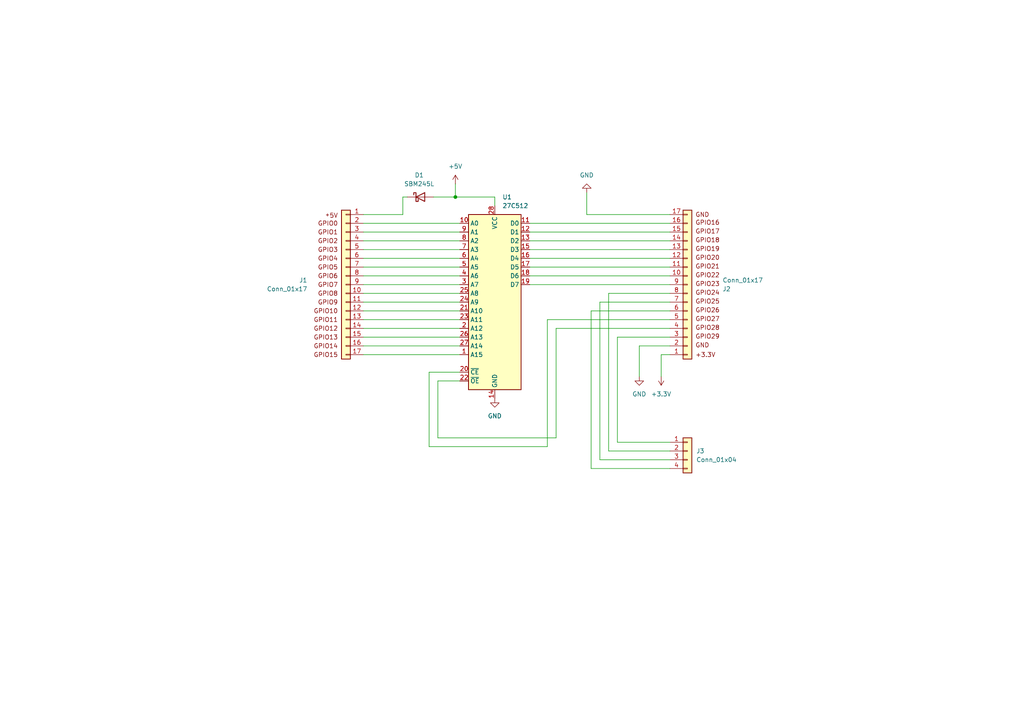
<source format=kicad_sch>
(kicad_sch (version 20231120) (generator "eeschema") (generator_version "8.0")
  (paper "A4")
  (title_block (title "RP2040 27C512 Emulation Board") (date "2024-10-27") (rev "1.0"))
  (lib_symbols
    (symbol "Conn_01x17_1" (pin_names (offset 1.016) hide)
      (property "Reference" "J1" (at 11.176 1.27 0))
      (property "Value" "Conn_01x17" (at 11.176 -1.27 0))
      (symbol "Conn_01x17_1_1_1"
        (rectangle (start -1.27 -20.193) (end 0 -20.447) (stroke (width 0.1524)))
        (rectangle (start -1.27 -17.653) (end 0 -17.907) (stroke (width 0.1524)))
        (rectangle (start -1.27 -15.113) (end 0 -15.367) (stroke (width 0.1524)))
        (rectangle (start -1.27 -12.573) (end 0 -12.827) (stroke (width 0.1524)))
        (rectangle (start -1.27 -10.033) (end 0 -10.287) (stroke (width 0.1524)))
        (rectangle (start -1.27 -7.493) (end 0 -7.747) (stroke (width 0.1524)))
        (rectangle (start -1.27 -4.953) (end 0 -5.207) (stroke (width 0.1524)))
        (rectangle (start -1.27 -2.413) (end 0 -2.667) (stroke (width 0.1524)))
        (rectangle (start -1.27 0.127) (end 0 -0.127) (stroke (width 0.1524)))
        (rectangle (start -1.27 2.667) (end 0 2.413) (stroke (width 0.1524)))
        (rectangle (start -1.27 5.207) (end 0 4.953) (stroke (width 0.1524)))
        (rectangle (start -1.27 7.747) (end 0 7.493) (stroke (width 0.1524)))
        (rectangle (start -1.27 10.287) (end 0 10.033) (stroke (width 0.1524)))
        (rectangle (start -1.27 12.827) (end 0 12.573) (stroke (width 0.1524)))
        (rectangle (start -1.27 15.367) (end 0 15.113) (stroke (width 0.1524)))
        (rectangle (start -1.27 17.907) (end 0 17.653) (stroke (width 0.1524)))
        (rectangle (start -1.27 20.447) (end 0 20.193) (stroke (width 0.1524)))
        (rectangle (start -1.27 21.59) (end 1.27 -21.59) (stroke (width 0.254)) (fill (type background)))
        (text "GPIO0" (at 2.286 17.78 0) (effects (font (size 1.27 1.27)) (justify left)))
        (text "GPIO1" (at 2.286 15.24 0) (effects (font (size 1.27 1.27)) (justify left)))
        (text "GPIO10" (at 2.286 -7.62 0) (effects (font (size 1.27 1.27)) (justify left)))
        (text "GPIO11" (at 2.286 -10.16 0) (effects (font (size 1.27 1.27)) (justify left)))
        (text "GPIO12" (at 2.286 -12.7 0) (effects (font (size 1.27 1.27)) (justify left)))
        (text "GPIO13" (at 2.286 -15.24 0) (effects (font (size 1.27 1.27)) (justify left)))
        (text "GPIO14" (at 2.286 -17.78 0) (effects (font (size 1.27 1.27)) (justify left)))
        (text "GPIO15" (at 2.286 -20.32 0) (effects (font (size 1.27 1.27)) (justify left)))
        (text "GPIO2" (at 2.286 12.7 0) (effects (font (size 1.27 1.27)) (justify left)))
        (text "GPIO3" (at 2.286 10.16 0) (effects (font (size 1.27 1.27)) (justify left)))
        (text "GPIO4" (at 2.286 7.62 0) (effects (font (size 1.27 1.27)) (justify left)))
        (text "GPIO5" (at 2.286 5.08 0) (effects (font (size 1.27 1.27)) (justify left)))
        (text "GPIO6" (at 2.286 2.54 0) (effects (font (size 1.27 1.27)) (justify left)))
        (text "GPIO7" (at 2.286 0 0) (effects (font (size 1.27 1.27)) (justify left)))
        (text "GPIO8" (at 2.286 -2.54 0) (effects (font (size 1.27 1.27)) (justify left)))
        (text "GPIO9" (at 2.286 -5.08 0) (effects (font (size 1.27 1.27)) (justify left)))
        (text "＋5V" (at 2.286 20.066 0) (effects (font (size 1.27 1.27)) (justify left)))
        (pin passive line (at -5.08 20.32 0) (length 3.81) (name "Pin_1") (number "1"))
        (pin passive line (at -5.08 -2.54 0) (length 3.81) (name "Pin_10") (number "10"))
        (pin passive line (at -5.08 -5.08 0) (length 3.81) (name "Pin_11") (number "11"))
        (pin passive line (at -5.08 -7.62 0) (length 3.81) (name "Pin_12") (number "12"))
        (pin passive line (at -5.08 -10.16 0) (length 3.81) (name "Pin_13") (number "13"))
        (pin passive line (at -5.08 -12.7 0) (length 3.81) (name "Pin_14") (number "14"))
        (pin passive line (at -5.08 -15.24 0) (length 3.81) (name "Pin_15") (number "15"))
        (pin passive line (at -5.08 -17.78 0) (length 3.81) (name "Pin_16") (number "16"))
        (pin passive line (at -5.08 -20.32 0) (length 3.81) (name "Pin_17") (number "17"))
        (pin passive line (at -5.08 17.78 0) (length 3.81) (name "Pin_2") (number "2"))
        (pin passive line (at -5.08 15.24 0) (length 3.81) (name "Pin_3") (number "3"))
        (pin passive line (at -5.08 12.7 0) (length 3.81) (name "Pin_4") (number "4"))
        (pin passive line (at -5.08 10.16 0) (length 3.81) (name "Pin_5") (number "5"))
        (pin passive line (at -5.08 7.62 0) (length 3.81) (name "Pin_6") (number "6"))
        (pin passive line (at -5.08 5.08 0) (length 3.81) (name "Pin_7") (number "7"))
        (pin passive line (at -5.08 2.54 0) (length 3.81) (name "Pin_8") (number "8"))
        (pin passive line (at -5.08 0 0) (length 3.81) (name "Pin_9") (number "9"))
      )
    )
    (symbol "Connector_Generic:Conn_01x04" (pin_names (offset 1.016) hide)
      (property "Reference" "J" (at 0 5.08 0))
      (property "Value" "Conn_01x04" (at 0 -7.62 0))
      (symbol "Conn_01x04_1_1"
        (rectangle (start -1.27 -4.953) (end 0 -5.207) (stroke (width 0.1524)))
        (rectangle (start -1.27 -2.413) (end 0 -2.667) (stroke (width 0.1524)))
        (rectangle (start -1.27 0.127) (end 0 -0.127) (stroke (width 0.1524)))
        (rectangle (start -1.27 2.667) (end 0 2.413) (stroke (width 0.1524)))
        (rectangle (start -1.27 3.81) (end 1.27 -6.35) (stroke (width 0.254)) (fill (type background)))
        (pin passive line (at -5.08 2.54 0) (length 3.81) (name "Pin_1") (number "1"))
        (pin passive line (at -5.08 0 0) (length 3.81) (name "Pin_2") (number "2"))
        (pin passive line (at -5.08 -2.54 0) (length 3.81) (name "Pin_3") (number "3"))
        (pin passive line (at -5.08 -5.08 0) (length 3.81) (name "Pin_4") (number "4"))
      )
    )
    (symbol "Connector_Generic:Conn_01x17" (pin_names (offset 1.016) hide)
      (property "Reference" "J2" (at 10.16 1.27 0))
      (property "Value" "Conn_01x17" (at 10.16 -1.27 0))
      (symbol "Conn_01x17_1_1"
        (rectangle (start -1.27 -20.193) (end 0 -20.447) (stroke (width 0.1524)))
        (rectangle (start -1.27 -17.653) (end 0 -17.907) (stroke (width 0.1524)))
        (rectangle (start -1.27 -15.113) (end 0 -15.367) (stroke (width 0.1524)))
        (rectangle (start -1.27 -12.573) (end 0 -12.827) (stroke (width 0.1524)))
        (rectangle (start -1.27 -10.033) (end 0 -10.287) (stroke (width 0.1524)))
        (rectangle (start -1.27 -7.493) (end 0 -7.747) (stroke (width 0.1524)))
        (rectangle (start -1.27 -4.953) (end 0 -5.207) (stroke (width 0.1524)))
        (rectangle (start -1.27 -2.413) (end 0 -2.667) (stroke (width 0.1524)))
        (rectangle (start -1.27 0.127) (end 0 -0.127) (stroke (width 0.1524)))
        (rectangle (start -1.27 2.667) (end 0 2.413) (stroke (width 0.1524)))
        (rectangle (start -1.27 5.207) (end 0 4.953) (stroke (width 0.1524)))
        (rectangle (start -1.27 7.747) (end 0 7.493) (stroke (width 0.1524)))
        (rectangle (start -1.27 10.287) (end 0 10.033) (stroke (width 0.1524)))
        (rectangle (start -1.27 12.827) (end 0 12.573) (stroke (width 0.1524)))
        (rectangle (start -1.27 15.367) (end 0 15.113) (stroke (width 0.1524)))
        (rectangle (start -1.27 17.907) (end 0 17.653) (stroke (width 0.1524)))
        (rectangle (start -1.27 20.447) (end 0 20.193) (stroke (width 0.1524)))
        (rectangle (start -1.27 21.59) (end 1.27 -21.59) (stroke (width 0.254)) (fill (type background)))
        (text "+3.3V" (at 2.286 20.32 0) (effects (font (size 1.27 1.27)) (justify left)))
        (text "GND" (at 2.286 -20.32 0) (effects (font (size 1.27 1.27)) (justify left)))
        (text "GND" (at 2.286 17.526 0) (effects (font (size 1.27 1.27)) (justify left)))
        (text "GPIO16" (at 2.286 -18.034 0) (effects (font (size 1.27 1.27)) (justify left)))
        (text "GPIO17" (at 2.286 -15.494 0) (effects (font (size 1.27 1.27)) (justify left)))
        (text "GPIO18" (at 2.286 -12.954 0) (effects (font (size 1.27 1.27)) (justify left)))
        (text "GPIO19" (at 2.286 -10.414 0) (effects (font (size 1.27 1.27)) (justify left)))
        (text "GPIO20" (at 2.286 -7.874 0) (effects (font (size 1.27 1.27)) (justify left)))
        (text "GPIO21" (at 2.286 -5.334 0) (effects (font (size 1.27 1.27)) (justify left)))
        (text "GPIO22" (at 2.286 -2.794 0) (effects (font (size 1.27 1.27)) (justify left)))
        (text "GPIO23" (at 2.286 -0.254 0) (effects (font (size 1.27 1.27)) (justify left)))
        (text "GPIO24" (at 2.286 2.286 0) (effects (font (size 1.27 1.27)) (justify left)))
        (text "GPIO25" (at 2.286 4.826 0) (effects (font (size 1.27 1.27)) (justify left)))
        (text "GPIO26" (at 2.286 7.366 0) (effects (font (size 1.27 1.27)) (justify left)))
        (text "GPIO27" (at 2.286 9.906 0) (effects (font (size 1.27 1.27)) (justify left)))
        (text "GPIO28" (at 2.286 12.446 0) (effects (font (size 1.27 1.27)) (justify left)))
        (text "GPIO29" (at 2.286 14.986 0) (effects (font (size 1.27 1.27)) (justify left)))
        (pin passive line (at -5.08 20.32 0) (length 3.81) (name "Pin_1") (number "1"))
        (pin passive line (at -5.08 -2.54 0) (length 3.81) (name "Pin_10") (number "10"))
        (pin passive line (at -5.08 -5.08 0) (length 3.81) (name "Pin_11") (number "11"))
        (pin passive line (at -5.08 -7.62 0) (length 3.81) (name "Pin_12") (number "12"))
        (pin passive line (at -5.08 -10.16 0) (length 3.81) (name "Pin_13") (number "13"))
        (pin passive line (at -5.08 -12.7 0) (length 3.81) (name "Pin_14") (number "14"))
        (pin passive line (at -5.08 -15.24 0) (length 3.81) (name "Pin_15") (number "15"))
        (pin passive line (at -5.08 -17.78 0) (length 3.81) (name "Pin_16") (number "16"))
        (pin passive line (at -5.08 -20.32 0) (length 3.81) (name "Pin_17") (number "17"))
        (pin passive line (at -5.08 17.78 0) (length 3.81) (name "Pin_2") (number "2"))
        (pin passive line (at -5.08 15.24 0) (length 3.81) (name "Pin_3") (number "3"))
        (pin passive line (at -5.08 12.7 0) (length 3.81) (name "Pin_4") (number "4"))
        (pin passive line (at -5.08 10.16 0) (length 3.81) (name "Pin_5") (number "5"))
        (pin passive line (at -5.08 7.62 0) (length 3.81) (name "Pin_6") (number "6"))
        (pin passive line (at -5.08 5.08 0) (length 3.81) (name "Pin_7") (number "7"))
        (pin passive line (at -5.08 2.54 0) (length 3.81) (name "Pin_8") (number "8"))
        (pin passive line (at -5.08 0 0) (length 3.81) (name "Pin_9") (number "9"))
      )
    )
    (symbol "Device:D_Schottky" (pin_numbers hide) (pin_names (offset 1.016) hide)
      (property "Reference" "D" (at 0 2.54 0))
      (property "Value" "D_Schottky" (at 0 -2.54 0))
      (symbol "D_Schottky_0_1"
        (polyline (pts (xy 1.27 0) (xy -1.27 0)))
        (polyline (pts (xy 1.27 1.27) (xy 1.27 -1.27) (xy -1.27 0) (xy 1.27 1.27)) (stroke (width 0.254)))
        (polyline (pts (xy -1.905 0.635) (xy -1.905 1.27) (xy -1.27 1.27) (xy -1.27 -1.27) (xy -0.635 -1.27) (xy -0.635 -0.635)) (stroke (width 0.254)))
      )
      (symbol "D_Schottky_1_1"
        (pin passive line (at -3.81 0 0) (length 2.54) (name "K") (number "1"))
        (pin passive line (at 3.81 0 180) (length 2.54) (name "A") (number "2"))
      )
    )
    (symbol "Memory_EPROM:27C512"
      (property "Reference" "U" (at -7.62 26.67 0))
      (property "Value" "27C512" (at 2.54 -26.67 0))
      (symbol "27C512_1_1"
        (rectangle (start -7.62 25.4) (end 7.62 -25.4) (stroke (width 0.254)) (fill (type background)))
        (pin input line (at -10.16 -15.24 0) (length 2.54) (name "A15") (number "1"))
        (pin input line (at -10.16 22.86 0) (length 2.54) (name "A0") (number "10"))
        (pin tri_state line (at 10.16 22.86 180) (length 2.54) (name "D0") (number "11"))
        (pin tri_state line (at 10.16 20.32 180) (length 2.54) (name "D1") (number "12"))
        (pin tri_state line (at 10.16 17.78 180) (length 2.54) (name "D2") (number "13"))
        (pin power_in line (at 0 -27.94 90) (length 2.54) (name "GND") (number "14"))
        (pin tri_state line (at 10.16 15.24 180) (length 2.54) (name "D3") (number "15"))
        (pin tri_state line (at 10.16 12.7 180) (length 2.54) (name "D4") (number "16"))
        (pin tri_state line (at 10.16 10.16 180) (length 2.54) (name "D5") (number "17"))
        (pin tri_state line (at 10.16 7.62 180) (length 2.54) (name "D6") (number "18"))
        (pin tri_state line (at 10.16 5.08 180) (length 2.54) (name "D7") (number "19"))
        (pin input line (at -10.16 -7.62 0) (length 2.54) (name "A12") (number "2"))
        (pin input line (at -10.16 -20.32 0) (length 2.54) (name "~{CE}") (number "20"))
        (pin input line (at -10.16 -2.54 0) (length 2.54) (name "A10") (number "21"))
        (pin input line (at -10.16 -22.86 0) (length 2.54) (name "~{OE}") (number "22"))
        (pin input line (at -10.16 -5.08 0) (length 2.54) (name "A11") (number "23"))
        (pin input line (at -10.16 0 0) (length 2.54) (name "A9") (number "24"))
        (pin input line (at -10.16 2.54 0) (length 2.54) (name "A8") (number "25"))
        (pin input line (at -10.16 -10.16 0) (length 2.54) (name "A13") (number "26"))
        (pin input line (at -10.16 -12.7 0) (length 2.54) (name "A14") (number "27"))
        (pin power_in line (at 0 27.94 270) (length 2.54) (name "VCC") (number "28"))
        (pin input line (at -10.16 5.08 0) (length 2.54) (name "A7") (number "3"))
        (pin input line (at -10.16 7.62 0) (length 2.54) (name "A6") (number "4"))
        (pin input line (at -10.16 10.16 0) (length 2.54) (name "A5") (number "5"))
        (pin input line (at -10.16 12.7 0) (length 2.54) (name "A4") (number "6"))
        (pin input line (at -10.16 15.24 0) (length 2.54) (name "A3") (number "7"))
        (pin input line (at -10.16 17.78 0) (length 2.54) (name "A2") (number "8"))
        (pin input line (at -10.16 20.32 0) (length 2.54) (name "A1") (number "9"))
      )
    )
    (symbol "power:+3.3V" (power) (pin_numbers hide) (pin_names (offset 0) hide)
      (property "Value" "+3.3V" (at 0 3.556 0))
      (symbol "+3.3V_0_1"
        (polyline (pts (xy -0.762 1.27) (xy 0 2.54)))
        (polyline (pts (xy 0 0) (xy 0 2.54)))
        (polyline (pts (xy 0 2.54) (xy 0.762 1.27)))
      )
      (symbol "+3.3V_1_1"
        (pin power_in line (at 0 0 90) (length 0) (name "~") (number "1"))
      )
    )
    (symbol "power:+5V" (power) (pin_numbers hide) (pin_names (offset 0) hide)
      (property "Value" "+5V" (at 0 3.556 0))
      (symbol "+5V_0_1"
        (polyline (pts (xy -0.762 1.27) (xy 0 2.54)))
        (polyline (pts (xy 0 0) (xy 0 2.54)))
        (polyline (pts (xy 0 2.54) (xy 0.762 1.27)))
      )
      (symbol "+5V_1_1"
        (pin power_in line (at 0 0 90) (length 0) (name "~") (number "1"))
      )
    )
    (symbol "power:GND" (power) (pin_numbers hide) (pin_names (offset 0) hide)
      (property "Value" "GND" (at 0 -3.81 0))
      (symbol "GND_0_1"
        (polyline (pts (xy 0 0) (xy 0 -1.27) (xy 1.27 -1.27) (xy 0 -2.54) (xy -1.27 -1.27) (xy 0 -1.27)))
      )
      (symbol "GND_1_1"
        (pin power_in line (at 0 0 270) (length 0) (name "~") (number "1"))
      )
    )
  )
  (junction (at 132.08 57.15))
  (wire (pts (xy 176.53 85.09) (xy 176.53 130.81)))
  (wire (pts (xy 194.31 85.09) (xy 176.53 85.09)))
  (wire (pts (xy 127 110.49) (xy 127 127)))
  (wire (pts (xy 116.84 57.15) (xy 118.11 57.15)))
  (wire (pts (xy 143.51 59.69) (xy 143.51 57.15)))
  (wire (pts (xy 171.45 135.89) (xy 194.31 135.89)))
  (wire (pts (xy 105.41 102.87) (xy 133.35 102.87)))
  (wire (pts (xy 173.99 87.63) (xy 173.99 133.35)))
  (wire (pts (xy 105.41 67.31) (xy 133.35 67.31)))
  (wire (pts (xy 105.41 64.77) (xy 133.35 64.77)))
  (wire (pts (xy 105.41 92.71) (xy 133.35 92.71)))
  (wire (pts (xy 161.29 95.25) (xy 194.31 95.25)))
  (wire (pts (xy 153.67 69.85) (xy 194.31 69.85)))
  (wire (pts (xy 194.31 100.33) (xy 185.42 100.33)))
  (wire (pts (xy 176.53 130.81) (xy 194.31 130.81)))
  (wire (pts (xy 124.46 129.54) (xy 158.75 129.54)))
  (wire (pts (xy 153.67 80.01) (xy 194.31 80.01)))
  (wire (pts (xy 194.31 62.23) (xy 170.18 62.23)))
  (wire (pts (xy 105.41 90.17) (xy 133.35 90.17)))
  (wire (pts (xy 194.31 102.87) (xy 191.77 102.87)))
  (wire (pts (xy 105.41 97.79) (xy 133.35 97.79)))
  (wire (pts (xy 179.07 97.79) (xy 179.07 128.27)))
  (wire (pts (xy 191.77 102.87) (xy 191.77 109.22)))
  (wire (pts (xy 105.41 82.55) (xy 133.35 82.55)))
  (wire (pts (xy 124.46 107.95) (xy 124.46 129.54)))
  (wire (pts (xy 173.99 133.35) (xy 194.31 133.35)))
  (wire (pts (xy 105.41 85.09) (xy 133.35 85.09)))
  (wire (pts (xy 158.75 129.54) (xy 158.75 92.71)))
  (wire (pts (xy 132.08 57.15) (xy 125.73 57.15)))
  (wire (pts (xy 105.41 72.39) (xy 133.35 72.39)))
  (wire (pts (xy 132.08 57.15) (xy 143.51 57.15)))
  (wire (pts (xy 133.35 110.49) (xy 127 110.49)))
  (wire (pts (xy 105.41 77.47) (xy 133.35 77.47)))
  (wire (pts (xy 153.67 67.31) (xy 194.31 67.31)))
  (wire (pts (xy 185.42 100.33) (xy 185.42 109.22)))
  (wire (pts (xy 171.45 90.17) (xy 171.45 135.89)))
  (wire (pts (xy 194.31 87.63) (xy 173.99 87.63)))
  (wire (pts (xy 194.31 90.17) (xy 171.45 90.17)))
  (wire (pts (xy 161.29 127) (xy 161.29 95.25)))
  (wire (pts (xy 158.75 92.71) (xy 194.31 92.71)))
  (wire (pts (xy 153.67 82.55) (xy 194.31 82.55)))
  (wire (pts (xy 105.41 69.85) (xy 133.35 69.85)))
  (wire (pts (xy 105.41 95.25) (xy 133.35 95.25)))
  (wire (pts (xy 133.35 107.95) (xy 124.46 107.95)))
  (wire (pts (xy 179.07 128.27) (xy 194.31 128.27)))
  (wire (pts (xy 153.67 77.47) (xy 194.31 77.47)))
  (wire (pts (xy 153.67 72.39) (xy 194.31 72.39)))
  (wire (pts (xy 105.41 74.93) (xy 133.35 74.93)))
  (wire (pts (xy 105.41 100.33) (xy 133.35 100.33)))
  (wire (pts (xy 116.84 62.23) (xy 105.41 62.23)))
  (wire (pts (xy 132.08 53.34) (xy 132.08 57.15)))
  (wire (pts (xy 116.84 57.15) (xy 116.84 62.23)))
  (wire (pts (xy 127 127) (xy 161.29 127)))
  (wire (pts (xy 153.67 74.93) (xy 194.31 74.93)))
  (wire (pts (xy 105.41 80.01) (xy 133.35 80.01)))
  (wire (pts (xy 170.18 62.23) (xy 170.18 55.88)))
  (wire (pts (xy 153.67 64.77) (xy 194.31 64.77)))
  (wire (pts (xy 194.31 97.79) (xy 179.07 97.79)))
  (wire (pts (xy 105.41 87.63) (xy 133.35 87.63)))
  (symbol (lib_id "power:GND") (at 170.18 55.88 180) (unit 1)
    (property "Reference" "#PWR02" (effects (hide yes)))
    (property "Value" "GND" (at 170.18 50.8 0))
    (property "Description" "Power symbol creates a global label with name \"GND\" , ground" (effects (hide yes)))
  )
  (symbol (lib_name "Conn_01x17_1") (lib_id "Connector_Generic:Conn_01x17") (at 100.33 82.55 0) (mirror y) (unit 1)
    (property "Reference" "J1" (at 89.154 81.28 0) (effects (justify left)))
    (property "Value" "Conn_01x17" (at 89.154 83.82 0) (effects (justify left)))
    (property "Footprint" "Connector_PinHeader_2.54mm:PinHeader_1x17_P2.54mm_Vertical" (effects (hide yes)))
    (property "Description" "Generic connector, single row, 01x17, script generated (kicad-library-utils/schlib/autogen/connector/)" (effects (hide yes)))
  )
  (symbol (lib_id "Connector_Generic:Conn_01x04") (at 199.39 130.81 0) (unit 1)
    (property "Reference" "J3" (at 201.93 130.8099 0) (effects (justify left)))
    (property "Value" "Conn_01x04" (at 201.93 133.3499 0) (effects (justify left)))
    (property "Footprint" "Connector_PinHeader_2.54mm:PinHeader_1x04_P2.54mm_Horizontal" (effects (hide yes)))
    (property "Description" "Generic connector, single row, 01x04, script generated (kicad-library-utils/schlib/autogen/connector/)" (effects (hide yes)))
  )
  (symbol (lib_id "Connector_Generic:Conn_01x17") (at 199.39 82.55 0) (mirror x) (unit 1)
    (property "Reference" "J2" (at 209.55 83.82 0) (effects (justify left)))
    (property "Value" "Conn_01x17" (at 209.55 81.28 0) (effects (justify left)))
    (property "Footprint" "Connector_PinHeader_2.54mm:PinHeader_1x17_P2.54mm_Vertical" (effects (hide yes)))
    (property "Description" "Generic connector, single row, 01x17, script generated (kicad-library-utils/schlib/autogen/connector/)" (effects (hide yes)))
  )
  (symbol (lib_id "Device:D_Schottky") (at 121.92 57.15 0) (unit 1)
    (property "Reference" "D1" (at 121.6025 50.8 0))
    (property "Value" "SBM245L" (at 121.6025 53.34 0))
    (property "Footprint" "Diode_THT:D_DO-35_SOD27_P7.62mm_Horizontal" (effects (hide yes)))
    (property "Description" "Schottky diode" (effects (hide yes)))
  )
  (symbol (lib_id "power:GND") (at 143.51 115.57 0) (unit 1)
    (property "Reference" "#PWR04" (effects (hide yes)))
    (property "Value" "GND" (at 143.51 120.65 0))
    (property "Description" "Power symbol creates a global label with name \"GND\" , ground" (effects (hide yes)))
  )
  (symbol (lib_id "power:GND") (at 185.42 109.22 0) (unit 1)
    (property "Reference" "#PWR05" (effects (hide yes)))
    (property "Value" "GND" (at 185.42 114.3 0))
    (property "Description" "Power symbol creates a global label with name \"GND\" , ground" (effects (hide yes)))
  )
  (symbol (lib_id "power:+5V") (at 132.08 53.34 0) (unit 1)
    (property "Reference" "#PWR03" (effects (hide yes)))
    (property "Value" "+5V" (at 132.08 48.26 0))
    (property "Description" "Power symbol creates a global label with name \"+5V\"" (effects (hide yes)))
  )
  (symbol (lib_id "power:+3.3V") (at 191.77 109.22 180) (unit 1)
    (property "Reference" "#PWR01" (effects (hide yes)))
    (property "Value" "+3.3V" (at 191.77 114.3 0))
    (property "Description" "Power symbol creates a global label with name \"+3.3V\"" (effects (hide yes)))
  )
  (symbol (lib_id "Memory_EPROM:27C512") (at 143.51 87.63 0) (unit 1)
    (property "Reference" "U1" (at 145.7041 57.15 0) (effects (justify left)))
    (property "Value" "27C512" (at 145.7041 59.69 0) (effects (justify left)))
    (property "Footprint" "Package_DIP:DIP-28_W15.24mm" (effects (hide yes)))
    (property "Datasheet" "http://ww1.microchip.com/downloads/en/DeviceDoc/doc0015.pdf" (effects (hide yes)))
    (property "Description" "OTP EPROM 512 KiBit" (effects (hide yes)))
  )
)
</source>
